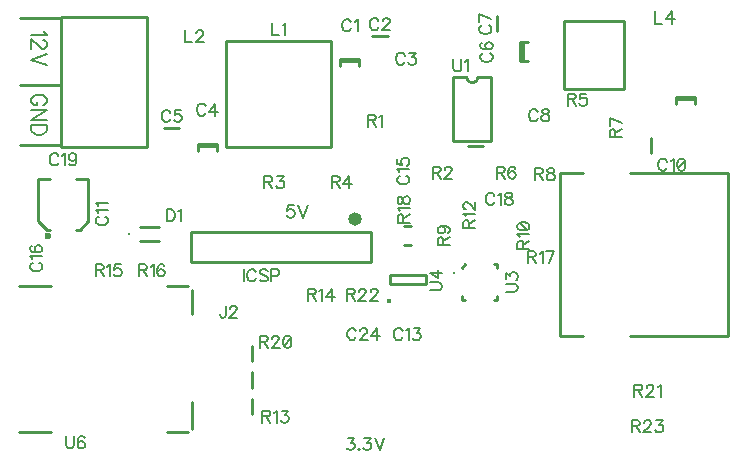
<source format=gto>
G04 DipTrace 2.4.0.2*
%INusbcharger-bluetooth2.GTO*%
%MOIN*%
%ADD10C,0.0098*%
%ADD14C,0.0118*%
%ADD16C,0.0236*%
%ADD22O,0.0457X0.0441*%
%ADD31C,0.0094*%
%ADD51C,0.0154*%
%ADD95C,0.0062*%
%ADD98C,0.0077*%
%FSLAX44Y44*%
G04*
G70*
G90*
G75*
G01*
%LNTopSilk*%
%LPD*%
X10748Y14305D2*
D10*
X11377D1*
X10748Y14379D2*
X11377D1*
X10748D2*
Y14144D1*
X11377Y14379D2*
Y14144D1*
X11807Y15164D2*
X12318D1*
X5998Y11492D2*
X6627D1*
X5998Y11567D2*
X6627D1*
X5998D2*
Y11331D1*
X6627Y11567D2*
Y11331D1*
X4869Y12101D2*
X5381D1*
X16822Y14312D2*
Y14941D1*
X16748Y14312D2*
Y14941D1*
Y14312D2*
X16983D1*
X16748Y14941D2*
X16983D1*
X15963Y15308D2*
Y15820D1*
X21935Y13055D2*
X22565D1*
X21935Y13129D2*
X22565D1*
X21935D2*
Y12894D1*
X22565Y13129D2*
Y12894D1*
X21082Y11240D2*
Y11752D1*
X14996Y11477D2*
X15507D1*
X654Y10392D2*
X1067D1*
X654D2*
Y8995D1*
X949Y8699D2*
X654Y8995D1*
X949Y8699D2*
X1067D1*
X1933Y10392D2*
X2346D1*
Y8995D1*
X2051Y8699D2*
X2346Y8995D1*
X1933Y8699D2*
X2051D1*
D16*
X988Y8482D3*
X4056Y8799D2*
D10*
X4686D1*
X4056Y8326D2*
X4686D1*
D31*
X3686Y8563D3*
X7811Y3068D2*
D10*
Y2557D1*
Y3943D2*
Y3432D1*
Y4818D2*
Y4307D1*
X23681Y5163D2*
Y10597D1*
Y5163D2*
X20413D1*
X23681Y10597D2*
X20413D1*
X18838Y5163D2*
X18070D1*
Y10597D1*
X18838D1*
X10437Y11438D2*
X6937D1*
Y15000D1*
X10437D1*
Y11438D1*
X18190Y13401D2*
X20190D1*
Y15651D1*
X18190D1*
Y13401D1*
X12870Y8186D2*
X13106D1*
X12870Y8815D2*
X13106D1*
X14512Y13792D2*
Y11666D1*
X15772Y13792D2*
Y11666D1*
X14512D2*
X15772D1*
X14512Y13792D2*
X14945D1*
X15339D2*
X15772D1*
X14945D2*
G03X15339Y13792I197J0D01*
G01*
X15855Y7545D2*
X15974D1*
Y7427D1*
X15855Y6364D2*
X15974D1*
Y6482D2*
Y6364D1*
X14792D2*
X14910D1*
X14792Y6482D2*
Y6364D1*
D14*
X14536Y7250D3*
X14910Y7545D2*
D10*
X14792Y7427D1*
D51*
X12356Y6334D3*
X12408Y6875D2*
D10*
X13589D1*
X12408Y7190D2*
X13589D1*
Y6875D2*
Y7190D1*
X12408Y6875D2*
Y7190D1*
X11751Y8626D2*
X5751D1*
X11751Y7626D2*
X5751D1*
X11751Y8626D2*
Y7626D1*
X5751Y8626D2*
Y7626D1*
X1104Y1945D2*
X41D1*
X1104Y6820D2*
X41D1*
X4979D2*
X5666D1*
X5791Y6694D2*
Y5882D1*
Y2945D2*
Y2070D1*
X5666Y1945D2*
X4979D1*
X1437Y15786D2*
X4312D1*
Y11456D1*
X1437D1*
Y15786D1*
Y15769D2*
X62D1*
X1437Y13518D2*
X62D1*
X1437Y11519D2*
X62D1*
D22*
X11220Y9054D3*
X11096Y15618D2*
D95*
X11077Y15656D1*
X11039Y15695D1*
X11001Y15714D1*
X10924D1*
X10886Y15695D1*
X10848Y15656D1*
X10828Y15618D1*
X10809Y15561D1*
Y15465D1*
X10828Y15408D1*
X10848Y15369D1*
X10886Y15331D1*
X10924Y15312D1*
X11001D1*
X11039Y15331D1*
X11077Y15369D1*
X11096Y15408D1*
X11220Y15637D2*
X11258Y15656D1*
X11316Y15713D1*
Y15312D1*
X12010Y15654D2*
X11991Y15692D1*
X11953Y15730D1*
X11915Y15749D1*
X11838D1*
X11800Y15730D1*
X11762Y15692D1*
X11742Y15654D1*
X11723Y15596D1*
Y15501D1*
X11742Y15444D1*
X11762Y15405D1*
X11800Y15367D1*
X11838Y15348D1*
X11915D1*
X11953Y15367D1*
X11991Y15405D1*
X12010Y15444D1*
X12153Y15654D2*
Y15673D1*
X12172Y15711D1*
X12191Y15730D1*
X12230Y15749D1*
X12306D1*
X12344Y15730D1*
X12363Y15711D1*
X12383Y15673D1*
Y15635D1*
X12363Y15596D1*
X12325Y15539D1*
X12134Y15348D1*
X12402D1*
X12885Y14501D2*
X12866Y14539D1*
X12828Y14578D1*
X12790Y14597D1*
X12713D1*
X12675Y14578D1*
X12637Y14539D1*
X12617Y14501D1*
X12598Y14444D1*
Y14348D1*
X12617Y14291D1*
X12637Y14252D1*
X12675Y14214D1*
X12713Y14195D1*
X12790D1*
X12828Y14214D1*
X12866Y14252D1*
X12885Y14291D1*
X13047Y14596D2*
X13257D1*
X13143Y14443D1*
X13200D1*
X13238Y14424D1*
X13257Y14405D1*
X13277Y14348D1*
Y14310D1*
X13257Y14252D1*
X13219Y14214D1*
X13162Y14195D1*
X13104D1*
X13047Y14214D1*
X13028Y14233D1*
X13009Y14271D1*
X6251Y12805D2*
X6232Y12843D1*
X6193Y12882D1*
X6155Y12901D1*
X6079D1*
X6040Y12882D1*
X6002Y12843D1*
X5983Y12805D1*
X5964Y12748D1*
Y12652D1*
X5983Y12595D1*
X6002Y12556D1*
X6040Y12518D1*
X6079Y12499D1*
X6155D1*
X6193Y12518D1*
X6232Y12556D1*
X6251Y12595D1*
X6566Y12499D2*
Y12900D1*
X6374Y12633D1*
X6661D1*
X5073Y12591D2*
X5054Y12629D1*
X5015Y12668D1*
X4977Y12687D1*
X4901D1*
X4862Y12668D1*
X4824Y12629D1*
X4805Y12591D1*
X4786Y12534D1*
Y12438D1*
X4805Y12381D1*
X4824Y12343D1*
X4862Y12305D1*
X4901Y12285D1*
X4977D1*
X5015Y12305D1*
X5054Y12343D1*
X5073Y12381D1*
X5426Y12687D2*
X5235D1*
X5216Y12515D1*
X5235Y12534D1*
X5292Y12553D1*
X5349D1*
X5407Y12534D1*
X5445Y12496D1*
X5464Y12438D1*
Y12400D1*
X5445Y12343D1*
X5407Y12304D1*
X5349Y12285D1*
X5292D1*
X5235Y12304D1*
X5216Y12324D1*
X5196Y12362D1*
X15509Y14584D2*
X15471Y14565D1*
X15432Y14527D1*
X15413Y14489D1*
Y14412D1*
X15432Y14374D1*
X15471Y14336D1*
X15509Y14316D1*
X15566Y14297D1*
X15662D1*
X15719Y14316D1*
X15758Y14336D1*
X15796Y14374D1*
X15815Y14412D1*
Y14489D1*
X15796Y14527D1*
X15758Y14565D1*
X15719Y14584D1*
X15471Y14937D2*
X15433Y14918D1*
X15414Y14861D1*
Y14823D1*
X15433Y14765D1*
X15490Y14727D1*
X15586Y14708D1*
X15681D1*
X15758Y14727D1*
X15796Y14765D1*
X15815Y14823D1*
Y14842D1*
X15796Y14899D1*
X15758Y14937D1*
X15700Y14956D1*
X15681D1*
X15624Y14937D1*
X15586Y14899D1*
X15567Y14842D1*
Y14823D1*
X15586Y14765D1*
X15624Y14727D1*
X15681Y14708D1*
X15473Y15512D2*
X15435Y15493D1*
X15396Y15454D1*
X15377Y15416D1*
Y15340D1*
X15396Y15301D1*
X15435Y15263D1*
X15473Y15244D1*
X15530Y15225D1*
X15626D1*
X15683Y15244D1*
X15722Y15263D1*
X15760Y15301D1*
X15779Y15340D1*
Y15416D1*
X15760Y15454D1*
X15722Y15493D1*
X15683Y15512D1*
X15779Y15712D2*
X15378Y15903D1*
Y15635D1*
X17323Y12615D2*
X17304Y12653D1*
X17265Y12692D1*
X17227Y12711D1*
X17151D1*
X17112Y12692D1*
X17074Y12653D1*
X17055Y12615D1*
X17036Y12558D1*
Y12462D1*
X17055Y12405D1*
X17074Y12366D1*
X17112Y12328D1*
X17151Y12309D1*
X17227D1*
X17265Y12328D1*
X17304Y12366D1*
X17323Y12405D1*
X17542Y12710D2*
X17485Y12691D1*
X17465Y12653D1*
Y12615D1*
X17485Y12577D1*
X17523Y12557D1*
X17599Y12538D1*
X17657Y12519D1*
X17695Y12481D1*
X17714Y12443D1*
Y12385D1*
X17695Y12347D1*
X17676Y12328D1*
X17618Y12309D1*
X17542D1*
X17485Y12328D1*
X17465Y12347D1*
X17446Y12385D1*
Y12443D1*
X17465Y12481D1*
X17504Y12519D1*
X17561Y12538D1*
X17637Y12557D1*
X17676Y12577D1*
X17695Y12615D1*
Y12653D1*
X17676Y12691D1*
X17618Y12710D1*
X17542D1*
X21629Y10970D2*
X21610Y11008D1*
X21572Y11046D1*
X21534Y11065D1*
X21457D1*
X21419Y11046D1*
X21381Y11008D1*
X21361Y10970D1*
X21342Y10912D1*
Y10816D1*
X21361Y10759D1*
X21381Y10721D1*
X21419Y10683D1*
X21457Y10663D1*
X21534D1*
X21572Y10683D1*
X21610Y10721D1*
X21629Y10759D1*
X21753Y10988D2*
X21791Y11008D1*
X21849Y11065D1*
Y10663D1*
X22087Y11065D2*
X22030Y11046D1*
X21991Y10988D1*
X21972Y10893D1*
Y10835D1*
X21991Y10740D1*
X22030Y10682D1*
X22087Y10663D1*
X22125D1*
X22183Y10682D1*
X22221Y10740D1*
X22240Y10835D1*
Y10893D1*
X22221Y10988D1*
X22183Y11046D1*
X22125Y11065D1*
X22087D1*
X22221Y10988D2*
X21991Y10740D1*
X2688Y9134D2*
X2650Y9115D1*
X2611Y9076D1*
X2592Y9038D1*
Y8962D1*
X2611Y8923D1*
X2650Y8885D1*
X2688Y8866D1*
X2745Y8847D1*
X2841D1*
X2898Y8866D1*
X2937Y8885D1*
X2975Y8923D1*
X2994Y8962D1*
Y9038D1*
X2975Y9076D1*
X2937Y9115D1*
X2898Y9134D1*
X2669Y9257D2*
X2650Y9296D1*
X2593Y9353D1*
X2994D1*
X2669Y9477D2*
X2650Y9515D1*
X2593Y9573D1*
X2994D1*
X12816Y5322D2*
X12797Y5360D1*
X12758Y5399D1*
X12720Y5418D1*
X12644D1*
X12605Y5399D1*
X12567Y5360D1*
X12548Y5322D1*
X12529Y5265D1*
Y5169D1*
X12548Y5112D1*
X12567Y5073D1*
X12605Y5035D1*
X12644Y5016D1*
X12720D1*
X12758Y5035D1*
X12797Y5073D1*
X12816Y5112D1*
X12939Y5341D2*
X12978Y5360D1*
X13035Y5417D1*
Y5016D1*
X13197Y5417D2*
X13407D1*
X13293Y5264D1*
X13350D1*
X13388Y5245D1*
X13407Y5226D1*
X13427Y5169D1*
Y5131D1*
X13407Y5073D1*
X13369Y5035D1*
X13312Y5016D1*
X13254D1*
X13197Y5035D1*
X13178Y5054D1*
X13159Y5092D1*
X12731Y10491D2*
X12693Y10472D1*
X12654Y10434D1*
X12635Y10396D1*
Y10319D1*
X12654Y10281D1*
X12693Y10243D1*
X12731Y10223D1*
X12788Y10204D1*
X12884D1*
X12941Y10223D1*
X12980Y10243D1*
X13018Y10281D1*
X13037Y10319D1*
Y10396D1*
X13018Y10434D1*
X12980Y10472D1*
X12941Y10491D1*
X12712Y10615D2*
X12693Y10653D1*
X12636Y10711D1*
X13037D1*
X12636Y11064D2*
Y10873D1*
X12808Y10853D1*
X12789Y10873D1*
X12769Y10930D1*
Y10987D1*
X12789Y11045D1*
X12827Y11083D1*
X12884Y11102D1*
X12922D1*
X12980Y11083D1*
X13018Y11045D1*
X13037Y10987D1*
Y10930D1*
X13018Y10873D1*
X12999Y10853D1*
X12961Y10834D1*
X499Y7598D2*
X461Y7579D1*
X422Y7540D1*
X403Y7502D1*
Y7426D1*
X422Y7387D1*
X461Y7349D1*
X499Y7330D1*
X556Y7311D1*
X652D1*
X709Y7330D1*
X748Y7349D1*
X786Y7387D1*
X805Y7426D1*
Y7502D1*
X786Y7540D1*
X748Y7579D1*
X709Y7598D1*
X480Y7721D2*
X461Y7760D1*
X404Y7817D1*
X805D1*
X461Y8170D2*
X423Y8151D1*
X404Y8094D1*
Y8056D1*
X423Y7998D1*
X480Y7960D1*
X576Y7941D1*
X671D1*
X748Y7960D1*
X786Y7998D1*
X805Y8056D1*
Y8075D1*
X786Y8132D1*
X748Y8170D1*
X690Y8189D1*
X671D1*
X614Y8170D1*
X576Y8132D1*
X557Y8075D1*
Y8056D1*
X576Y7998D1*
X614Y7960D1*
X671Y7941D1*
X15877Y9829D2*
X15858Y9867D1*
X15820Y9905D1*
X15782Y9924D1*
X15705D1*
X15667Y9905D1*
X15629Y9867D1*
X15609Y9829D1*
X15590Y9771D1*
Y9675D1*
X15609Y9618D1*
X15629Y9580D1*
X15667Y9542D1*
X15705Y9522D1*
X15782D1*
X15820Y9542D1*
X15858Y9580D1*
X15877Y9618D1*
X16001Y9847D2*
X16039Y9867D1*
X16097Y9924D1*
Y9522D1*
X16316Y9924D2*
X16259Y9905D1*
X16239Y9867D1*
Y9828D1*
X16259Y9790D1*
X16297Y9771D1*
X16373Y9752D1*
X16431Y9733D1*
X16469Y9694D1*
X16488Y9656D1*
Y9599D1*
X16469Y9561D1*
X16450Y9541D1*
X16392Y9522D1*
X16316D1*
X16259Y9541D1*
X16239Y9561D1*
X16220Y9599D1*
Y9656D1*
X16239Y9694D1*
X16278Y9733D1*
X16335Y9752D1*
X16411Y9771D1*
X16450Y9790D1*
X16469Y9828D1*
Y9867D1*
X16450Y9905D1*
X16392Y9924D1*
X16316D1*
X1348Y11148D2*
X1329Y11186D1*
X1290Y11224D1*
X1252Y11243D1*
X1176D1*
X1137Y11224D1*
X1099Y11186D1*
X1080Y11148D1*
X1061Y11090D1*
Y10994D1*
X1080Y10937D1*
X1099Y10899D1*
X1137Y10861D1*
X1176Y10841D1*
X1252D1*
X1290Y10861D1*
X1329Y10899D1*
X1348Y10937D1*
X1471Y11166D2*
X1510Y11186D1*
X1567Y11243D1*
Y10841D1*
X1939Y11109D2*
X1920Y11052D1*
X1882Y11013D1*
X1824Y10994D1*
X1805D1*
X1748Y11013D1*
X1710Y11052D1*
X1691Y11109D1*
Y11128D1*
X1710Y11186D1*
X1748Y11224D1*
X1805Y11243D1*
X1824D1*
X1882Y11224D1*
X1920Y11186D1*
X1939Y11109D1*
Y11013D1*
X1920Y10918D1*
X1882Y10860D1*
X1824Y10841D1*
X1786D1*
X1729Y10860D1*
X1710Y10899D1*
X11265Y5322D2*
X11246Y5360D1*
X11207Y5398D1*
X11169Y5417D1*
X11093D1*
X11054Y5398D1*
X11016Y5360D1*
X10997Y5322D1*
X10978Y5264D1*
Y5169D1*
X10997Y5112D1*
X11016Y5073D1*
X11054Y5035D1*
X11093Y5016D1*
X11169D1*
X11207Y5035D1*
X11246Y5073D1*
X11265Y5112D1*
X11408Y5322D2*
Y5341D1*
X11427Y5379D1*
X11446Y5398D1*
X11484Y5417D1*
X11561D1*
X11599Y5398D1*
X11618Y5379D1*
X11637Y5341D1*
Y5303D1*
X11618Y5264D1*
X11580Y5207D1*
X11388Y5016D1*
X11656D1*
X11971D2*
Y5417D1*
X11780Y5150D1*
X12067D1*
X4953Y9385D2*
Y8983D1*
X5087D1*
X5144Y9002D1*
X5183Y9040D1*
X5202Y9079D1*
X5221Y9136D1*
Y9232D1*
X5202Y9289D1*
X5183Y9327D1*
X5144Y9366D1*
X5087Y9385D1*
X4953D1*
X5344Y9308D2*
X5383Y9327D1*
X5440Y9384D1*
Y8983D1*
X6922Y6158D2*
Y5852D1*
X6903Y5794D1*
X6884Y5775D1*
X6846Y5756D1*
X6807D1*
X6769Y5775D1*
X6750Y5794D1*
X6731Y5852D1*
Y5890D1*
X7065Y6062D2*
Y6081D1*
X7084Y6119D1*
X7103Y6138D1*
X7142Y6157D1*
X7218D1*
X7256Y6138D1*
X7275Y6119D1*
X7294Y6081D1*
Y6043D1*
X7275Y6004D1*
X7237Y5947D1*
X7046Y5756D1*
X7314D1*
X8463Y15586D2*
Y15184D1*
X8692D1*
X8816Y15509D2*
X8854Y15528D1*
X8912Y15585D1*
Y15184D1*
X5569Y15341D2*
Y14939D1*
X5798D1*
X5941Y15245D2*
Y15264D1*
X5960Y15302D1*
X5979Y15321D1*
X6018Y15340D1*
X6094D1*
X6132Y15321D1*
X6151Y15302D1*
X6171Y15264D1*
Y15226D1*
X6151Y15187D1*
X6113Y15130D1*
X5922Y14939D1*
X6190D1*
X21245Y15972D2*
Y15570D1*
X21474D1*
X21789D2*
Y15971D1*
X21598Y15704D1*
X21885D1*
X11653Y12341D2*
X11825D1*
X11883Y12361D1*
X11902Y12380D1*
X11921Y12418D1*
Y12456D1*
X11902Y12494D1*
X11883Y12514D1*
X11825Y12533D1*
X11653D1*
Y12131D1*
X11787Y12341D2*
X11921Y12131D1*
X12045Y12456D2*
X12083Y12475D1*
X12141Y12532D1*
Y12131D1*
X13818Y10601D2*
X13990D1*
X14047Y10621D1*
X14066Y10640D1*
X14085Y10678D1*
Y10716D1*
X14066Y10754D1*
X14047Y10774D1*
X13990Y10793D1*
X13818D1*
Y10391D1*
X13952Y10601D2*
X14085Y10391D1*
X14228Y10697D2*
Y10716D1*
X14247Y10754D1*
X14266Y10773D1*
X14305Y10792D1*
X14381D1*
X14419Y10773D1*
X14438Y10754D1*
X14458Y10716D1*
Y10678D1*
X14438Y10639D1*
X14400Y10582D1*
X14209Y10391D1*
X14477D1*
X8211Y10289D2*
X8383D1*
X8440Y10308D1*
X8460Y10327D1*
X8479Y10365D1*
Y10404D1*
X8460Y10442D1*
X8440Y10461D1*
X8383Y10480D1*
X8211D1*
Y10078D1*
X8345Y10289D2*
X8479Y10078D1*
X8641Y10480D2*
X8851D1*
X8736Y10327D1*
X8793D1*
X8832Y10308D1*
X8851Y10289D1*
X8870Y10231D1*
Y10193D1*
X8851Y10136D1*
X8812Y10097D1*
X8755Y10078D1*
X8698D1*
X8641Y10097D1*
X8621Y10117D1*
X8602Y10155D1*
X10451Y10289D2*
X10623D1*
X10680Y10308D1*
X10700Y10327D1*
X10719Y10365D1*
Y10404D1*
X10700Y10442D1*
X10680Y10461D1*
X10623Y10480D1*
X10451D1*
Y10078D1*
X10585Y10289D2*
X10719Y10078D1*
X11034D2*
Y10480D1*
X10842Y10212D1*
X11129D1*
X18317Y13038D2*
X18489D1*
X18547Y13058D1*
X18566Y13077D1*
X18585Y13115D1*
Y13153D1*
X18566Y13191D1*
X18547Y13211D1*
X18489Y13230D1*
X18317D1*
Y12828D1*
X18451Y13038D2*
X18585Y12828D1*
X18938Y13229D2*
X18747D1*
X18728Y13057D1*
X18747Y13076D1*
X18805Y13096D1*
X18862D1*
X18919Y13076D1*
X18958Y13038D1*
X18977Y12981D1*
Y12943D1*
X18958Y12885D1*
X18919Y12847D1*
X18862Y12828D1*
X18805D1*
X18747Y12847D1*
X18728Y12866D1*
X18709Y12904D1*
X15957Y10601D2*
X16129D1*
X16186Y10621D1*
X16205Y10640D1*
X16224Y10678D1*
Y10716D1*
X16205Y10754D1*
X16186Y10774D1*
X16129Y10793D1*
X15957D1*
Y10391D1*
X16090Y10601D2*
X16224Y10391D1*
X16577Y10735D2*
X16558Y10773D1*
X16501Y10792D1*
X16463D1*
X16405Y10773D1*
X16367Y10716D1*
X16348Y10620D1*
Y10525D1*
X16367Y10448D1*
X16405Y10410D1*
X16463Y10391D1*
X16482D1*
X16539Y10410D1*
X16577Y10448D1*
X16596Y10506D1*
Y10525D1*
X16577Y10582D1*
X16539Y10620D1*
X16482Y10639D1*
X16463D1*
X16405Y10620D1*
X16367Y10582D1*
X16348Y10525D1*
X19909Y11773D2*
Y11945D1*
X19889Y12003D1*
X19870Y12022D1*
X19832Y12041D1*
X19794D1*
X19756Y12022D1*
X19736Y12003D1*
X19717Y11945D1*
Y11773D1*
X20119D1*
X19909Y11907D2*
X20119Y12041D1*
Y12241D2*
X19718Y12433D1*
Y12165D1*
X17230Y10559D2*
X17402D1*
X17459Y10578D1*
X17479Y10597D1*
X17498Y10635D1*
Y10674D1*
X17479Y10712D1*
X17459Y10731D1*
X17402Y10750D1*
X17230D1*
Y10348D1*
X17364Y10559D2*
X17498Y10348D1*
X17717Y10750D2*
X17660Y10731D1*
X17640Y10693D1*
Y10654D1*
X17660Y10616D1*
X17698Y10597D1*
X17774Y10578D1*
X17831Y10559D1*
X17870Y10520D1*
X17889Y10482D1*
Y10425D1*
X17870Y10387D1*
X17851Y10367D1*
X17793Y10348D1*
X17717D1*
X17660Y10367D1*
X17640Y10387D1*
X17621Y10425D1*
Y10482D1*
X17640Y10520D1*
X17679Y10559D1*
X17736Y10578D1*
X17812Y10597D1*
X17851Y10616D1*
X17870Y10654D1*
Y10693D1*
X17851Y10731D1*
X17793Y10750D1*
X17717D1*
X14181Y8180D2*
Y8352D1*
X14162Y8409D1*
X14143Y8429D1*
X14105Y8448D1*
X14066D1*
X14028Y8429D1*
X14009Y8409D1*
X13990Y8352D1*
Y8180D1*
X14392D1*
X14181Y8314D2*
X14392Y8448D1*
X14124Y8820D2*
X14181Y8801D1*
X14220Y8763D1*
X14239Y8705D1*
Y8686D1*
X14220Y8629D1*
X14181Y8591D1*
X14124Y8571D1*
X14105D1*
X14047Y8591D1*
X14009Y8629D1*
X13990Y8686D1*
Y8705D1*
X14009Y8763D1*
X14047Y8801D1*
X14124Y8820D1*
X14220D1*
X14315Y8801D1*
X14373Y8763D1*
X14392Y8705D1*
Y8667D1*
X14373Y8610D1*
X14334Y8591D1*
X16838Y8061D2*
Y8233D1*
X16818Y8290D1*
X16799Y8310D1*
X16761Y8329D1*
X16723D1*
X16685Y8310D1*
X16665Y8290D1*
X16646Y8233D1*
Y8061D1*
X17048D1*
X16838Y8195D2*
X17048Y8329D1*
X16723Y8452D2*
X16704Y8491D1*
X16647Y8548D1*
X17048D1*
X16647Y8787D2*
X16666Y8729D1*
X16723Y8691D1*
X16819Y8672D1*
X16876D1*
X16972Y8691D1*
X17029Y8729D1*
X17048Y8787D1*
Y8825D1*
X17029Y8882D1*
X16972Y8920D1*
X16876Y8940D1*
X16819D1*
X16723Y8920D1*
X16666Y8882D1*
X16647Y8825D1*
Y8787D1*
X16723Y8920D2*
X16972Y8691D1*
X15032Y8748D2*
Y8920D1*
X15013Y8977D1*
X14994Y8997D1*
X14956Y9016D1*
X14917D1*
X14879Y8997D1*
X14860Y8977D1*
X14841Y8920D1*
Y8748D1*
X15243D1*
X15032Y8882D2*
X15243Y9016D1*
X14918Y9139D2*
X14898Y9178D1*
X14841Y9235D1*
X15243D1*
X14937Y9378D2*
X14918D1*
X14879Y9397D1*
X14860Y9416D1*
X14841Y9455D1*
Y9531D1*
X14860Y9569D1*
X14879Y9588D1*
X14918Y9608D1*
X14956D1*
X14994Y9588D1*
X15051Y9550D1*
X15243Y9359D1*
Y9627D1*
X8145Y2476D2*
X8317D1*
X8375Y2495D1*
X8394Y2514D1*
X8413Y2552D1*
Y2591D1*
X8394Y2629D1*
X8375Y2648D1*
X8317Y2667D1*
X8145D1*
Y2265D1*
X8279Y2476D2*
X8413Y2265D1*
X8537Y2590D2*
X8575Y2610D1*
X8633Y2667D1*
Y2265D1*
X8795Y2667D2*
X9005D1*
X8890Y2514D1*
X8947D1*
X8986Y2495D1*
X9005Y2476D1*
X9024Y2418D1*
Y2380D1*
X9005Y2323D1*
X8967Y2284D1*
X8909Y2265D1*
X8852D1*
X8795Y2284D1*
X8775Y2304D1*
X8756Y2342D1*
X9654Y6539D2*
X9826D1*
X9883Y6558D1*
X9903Y6577D1*
X9922Y6615D1*
Y6653D1*
X9903Y6692D1*
X9883Y6711D1*
X9826Y6730D1*
X9654D1*
Y6328D1*
X9788Y6539D2*
X9922Y6328D1*
X10045Y6653D2*
X10084Y6673D1*
X10141Y6730D1*
Y6328D1*
X10456D2*
Y6730D1*
X10265Y6462D1*
X10552D1*
X2583Y7351D2*
X2755D1*
X2812Y7371D1*
X2832Y7390D1*
X2851Y7428D1*
Y7466D1*
X2832Y7504D1*
X2812Y7524D1*
X2755Y7543D1*
X2583D1*
Y7141D1*
X2717Y7351D2*
X2851Y7141D1*
X2974Y7466D2*
X3013Y7485D1*
X3070Y7542D1*
Y7141D1*
X3423Y7542D2*
X3232D1*
X3213Y7370D1*
X3232Y7389D1*
X3289Y7409D1*
X3347D1*
X3404Y7389D1*
X3442Y7351D1*
X3461Y7294D1*
Y7256D1*
X3442Y7198D1*
X3404Y7160D1*
X3347Y7141D1*
X3289D1*
X3232Y7160D1*
X3213Y7179D1*
X3194Y7217D1*
X4030Y7351D2*
X4202D1*
X4260Y7370D1*
X4279Y7389D1*
X4298Y7427D1*
Y7466D1*
X4279Y7504D1*
X4260Y7523D1*
X4202Y7542D1*
X4030D1*
Y7140D1*
X4164Y7351D2*
X4298Y7140D1*
X4422Y7465D2*
X4460Y7485D1*
X4518Y7542D1*
Y7140D1*
X4871Y7485D2*
X4852Y7523D1*
X4794Y7542D1*
X4756D1*
X4699Y7523D1*
X4660Y7465D1*
X4641Y7370D1*
Y7274D1*
X4660Y7198D1*
X4699Y7159D1*
X4756Y7140D1*
X4775D1*
X4832Y7159D1*
X4871Y7198D1*
X4890Y7255D1*
Y7274D1*
X4871Y7332D1*
X4832Y7370D1*
X4775Y7389D1*
X4756D1*
X4699Y7370D1*
X4660Y7332D1*
X4641Y7274D1*
X16998Y7787D2*
X17170D1*
X17227Y7807D1*
X17247Y7826D1*
X17266Y7864D1*
Y7902D1*
X17247Y7940D1*
X17227Y7959D1*
X17170Y7979D1*
X16998D1*
Y7577D1*
X17132Y7787D2*
X17266Y7577D1*
X17389Y7902D2*
X17428Y7921D1*
X17485Y7978D1*
Y7577D1*
X17685D2*
X17877Y7978D1*
X17609D1*
X12845Y8936D2*
Y9108D1*
X12826Y9165D1*
X12807Y9185D1*
X12769Y9204D1*
X12730D1*
X12692Y9185D1*
X12673Y9165D1*
X12654Y9108D1*
Y8936D1*
X13056D1*
X12845Y9070D2*
X13056Y9204D1*
X12731Y9327D2*
X12711Y9366D1*
X12654Y9423D1*
X13056D1*
X12654Y9642D2*
X12673Y9585D1*
X12711Y9566D1*
X12750D1*
X12788Y9585D1*
X12807Y9623D1*
X12826Y9699D1*
X12845Y9757D1*
X12884Y9795D1*
X12922Y9814D1*
X12979D1*
X13017Y9795D1*
X13036Y9776D1*
X13056Y9718D1*
Y9642D1*
X13036Y9585D1*
X13017Y9566D1*
X12979Y9546D1*
X12922D1*
X12884Y9566D1*
X12845Y9604D1*
X12826Y9661D1*
X12807Y9738D1*
X12788Y9776D1*
X12750Y9795D1*
X12711D1*
X12673Y9776D1*
X12654Y9718D1*
Y9642D1*
X8059Y4966D2*
X8231D1*
X8289Y4986D1*
X8308Y5005D1*
X8327Y5043D1*
Y5081D1*
X8308Y5119D1*
X8289Y5139D1*
X8231Y5158D1*
X8059D1*
Y4756D1*
X8193Y4966D2*
X8327Y4756D1*
X8470Y5062D2*
Y5081D1*
X8489Y5119D1*
X8508Y5138D1*
X8547Y5157D1*
X8623D1*
X8661Y5138D1*
X8680Y5119D1*
X8700Y5081D1*
Y5043D1*
X8680Y5004D1*
X8642Y4947D1*
X8451Y4756D1*
X8719D1*
X8957Y5157D2*
X8900Y5138D1*
X8861Y5081D1*
X8842Y4985D1*
Y4928D1*
X8861Y4832D1*
X8900Y4775D1*
X8957Y4756D1*
X8995D1*
X9053Y4775D1*
X9091Y4832D1*
X9110Y4928D1*
Y4985D1*
X9091Y5081D1*
X9053Y5138D1*
X8995Y5157D1*
X8957D1*
X9091Y5081D2*
X8861Y4832D1*
X20538Y3341D2*
X20710D1*
X20768Y3361D1*
X20787Y3380D1*
X20806Y3418D1*
Y3456D1*
X20787Y3494D1*
X20768Y3514D1*
X20710Y3533D1*
X20538D1*
Y3131D1*
X20672Y3341D2*
X20806Y3131D1*
X20949Y3437D2*
Y3456D1*
X20968Y3494D1*
X20987Y3513D1*
X21026Y3532D1*
X21102D1*
X21140Y3513D1*
X21159Y3494D1*
X21179Y3456D1*
Y3418D1*
X21159Y3379D1*
X21121Y3322D1*
X20930Y3131D1*
X21198D1*
X21321Y3456D2*
X21360Y3475D1*
X21417Y3532D1*
Y3131D1*
X10953Y6538D2*
X11125D1*
X11182Y6558D1*
X11201Y6577D1*
X11220Y6615D1*
Y6653D1*
X11201Y6691D1*
X11182Y6711D1*
X11125Y6730D1*
X10953D1*
Y6328D1*
X11086Y6538D2*
X11220Y6328D1*
X11363Y6634D2*
Y6653D1*
X11382Y6691D1*
X11401Y6710D1*
X11440Y6729D1*
X11516D1*
X11554Y6710D1*
X11573Y6691D1*
X11593Y6653D1*
Y6615D1*
X11573Y6576D1*
X11535Y6519D1*
X11344Y6328D1*
X11612D1*
X11755Y6634D2*
Y6653D1*
X11774Y6691D1*
X11793Y6710D1*
X11831Y6729D1*
X11908D1*
X11946Y6710D1*
X11965Y6691D1*
X11984Y6653D1*
Y6615D1*
X11965Y6576D1*
X11927Y6519D1*
X11735Y6328D1*
X12003D1*
X20455Y2153D2*
X20627D1*
X20684Y2173D1*
X20704Y2192D1*
X20723Y2230D1*
Y2268D1*
X20704Y2306D1*
X20684Y2326D1*
X20627Y2345D1*
X20455D1*
Y1943D1*
X20589Y2153D2*
X20723Y1943D1*
X20866Y2249D2*
Y2268D1*
X20885Y2306D1*
X20904Y2325D1*
X20942Y2344D1*
X21019D1*
X21057Y2325D1*
X21076Y2306D1*
X21095Y2268D1*
Y2230D1*
X21076Y2191D1*
X21038Y2134D1*
X20846Y1943D1*
X21114D1*
X21276Y2344D2*
X21486D1*
X21372Y2191D1*
X21429D1*
X21467Y2172D1*
X21486Y2153D1*
X21506Y2096D1*
Y2058D1*
X21486Y2000D1*
X21448Y1962D1*
X21391Y1943D1*
X21333D1*
X21276Y1962D1*
X21257Y1981D1*
X21238Y2019D1*
X14504Y14378D2*
Y14091D1*
X14523Y14034D1*
X14562Y13996D1*
X14619Y13976D1*
X14657D1*
X14715Y13996D1*
X14753Y14034D1*
X14772Y14091D1*
Y14378D1*
X14896Y14301D2*
X14934Y14321D1*
X14992Y14378D1*
Y13976D1*
X16257Y6625D2*
X16544D1*
X16601Y6644D1*
X16639Y6683D1*
X16659Y6740D1*
Y6778D1*
X16639Y6836D1*
X16601Y6874D1*
X16544Y6893D1*
X16257D1*
Y7055D2*
Y7265D1*
X16410Y7151D1*
Y7208D1*
X16429Y7246D1*
X16448Y7265D1*
X16506Y7285D1*
X16544D1*
X16601Y7265D1*
X16640Y7227D1*
X16659Y7170D1*
Y7112D1*
X16640Y7055D1*
X16620Y7036D1*
X16582Y7017D1*
X13725Y6679D2*
X14012D1*
X14069Y6698D1*
X14108Y6737D1*
X14127Y6794D1*
Y6832D1*
X14108Y6890D1*
X14069Y6928D1*
X14012Y6947D1*
X13725D1*
X14127Y7262D2*
X13725D1*
X13993Y7071D1*
Y7358D1*
X1596Y1809D2*
Y1522D1*
X1615Y1464D1*
X1654Y1426D1*
X1711Y1407D1*
X1749D1*
X1807Y1426D1*
X1845Y1464D1*
X1864Y1522D1*
Y1809D1*
X2217Y1751D2*
X2198Y1789D1*
X2141Y1808D1*
X2103D1*
X2045Y1789D1*
X2007Y1732D1*
X1988Y1636D1*
Y1541D1*
X2007Y1464D1*
X2045Y1426D1*
X2103Y1407D1*
X2122D1*
X2179Y1426D1*
X2217Y1464D1*
X2236Y1522D1*
Y1541D1*
X2217Y1598D1*
X2179Y1636D1*
X2122Y1655D1*
X2103D1*
X2045Y1636D1*
X2007Y1598D1*
X1988Y1541D1*
X10993Y1754D2*
X11203D1*
X11089Y1601D1*
X11146D1*
X11184Y1582D1*
X11203Y1563D1*
X11223Y1505D1*
Y1467D1*
X11203Y1410D1*
X11165Y1371D1*
X11108Y1352D1*
X11050D1*
X10993Y1371D1*
X10974Y1391D1*
X10955Y1429D1*
X11365Y1391D2*
X11346Y1371D1*
X11365Y1352D1*
X11385Y1371D1*
X11365Y1391D1*
X11547Y1754D2*
X11757D1*
X11642Y1601D1*
X11700D1*
X11738Y1582D1*
X11757Y1563D1*
X11776Y1505D1*
Y1467D1*
X11757Y1410D1*
X11719Y1371D1*
X11661Y1352D1*
X11604D1*
X11547Y1371D1*
X11528Y1391D1*
X11508Y1429D1*
X11900Y1754D2*
X12053Y1352D1*
X12206Y1754D1*
X9184Y9505D2*
X8993D1*
X8974Y9333D1*
X8993Y9352D1*
X9051Y9371D1*
X9108D1*
X9165Y9352D1*
X9204Y9314D1*
X9223Y9256D1*
Y9218D1*
X9204Y9161D1*
X9165Y9122D1*
X9108Y9103D1*
X9051D1*
X8993Y9122D1*
X8974Y9142D1*
X8955Y9180D1*
X9346Y9505D2*
X9499Y9103D1*
X9652Y9505D1*
X7517Y7380D2*
Y6978D1*
X7927Y7284D2*
X7908Y7322D1*
X7870Y7361D1*
X7832Y7380D1*
X7755D1*
X7717Y7361D1*
X7679Y7322D1*
X7660Y7284D1*
X7640Y7227D1*
Y7131D1*
X7660Y7074D1*
X7679Y7035D1*
X7717Y6997D1*
X7755Y6978D1*
X7832D1*
X7870Y6997D1*
X7908Y7035D1*
X7927Y7074D1*
X8319Y7322D2*
X8281Y7361D1*
X8223Y7380D1*
X8147D1*
X8089Y7361D1*
X8051Y7322D1*
Y7284D1*
X8070Y7246D1*
X8089Y7227D1*
X8127Y7208D1*
X8242Y7169D1*
X8281Y7150D1*
X8300Y7131D1*
X8319Y7093D1*
Y7035D1*
X8281Y6997D1*
X8223Y6978D1*
X8147D1*
X8089Y6997D1*
X8051Y7035D1*
X8442Y7169D2*
X8615D1*
X8672Y7188D1*
X8691Y7208D1*
X8710Y7246D1*
Y7303D1*
X8691Y7341D1*
X8672Y7361D1*
X8615Y7380D1*
X8442D1*
Y6978D1*
X854Y15322D2*
D98*
X878Y15274D1*
X949Y15203D1*
X447D1*
X830Y15024D2*
X854D1*
X902Y15000D1*
X926Y14976D1*
X949Y14928D1*
Y14833D1*
X926Y14785D1*
X902Y14761D1*
X854Y14737D1*
X806D1*
X758Y14761D1*
X687Y14809D1*
X447Y15048D1*
Y14713D1*
X950Y14559D2*
X447Y14368D1*
X950Y14176D1*
X830Y12839D2*
X878Y12862D1*
X926Y12911D1*
X950Y12958D1*
Y13054D1*
X926Y13102D1*
X878Y13149D1*
X830Y13174D1*
X759Y13197D1*
X639D1*
X567Y13174D1*
X519Y13149D1*
X472Y13102D1*
X447Y13054D1*
Y12958D1*
X472Y12911D1*
X519Y12862D1*
X567Y12839D1*
X639D1*
Y12958D1*
X950Y12349D2*
X447D1*
X950Y12684D1*
X447D1*
X950Y12195D2*
X447D1*
Y12028D1*
X472Y11956D1*
X519Y11908D1*
X567Y11884D1*
X639Y11860D1*
X759D1*
X830Y11884D1*
X878Y11908D1*
X926Y11956D1*
X950Y12028D1*
Y12195D1*
M02*

</source>
